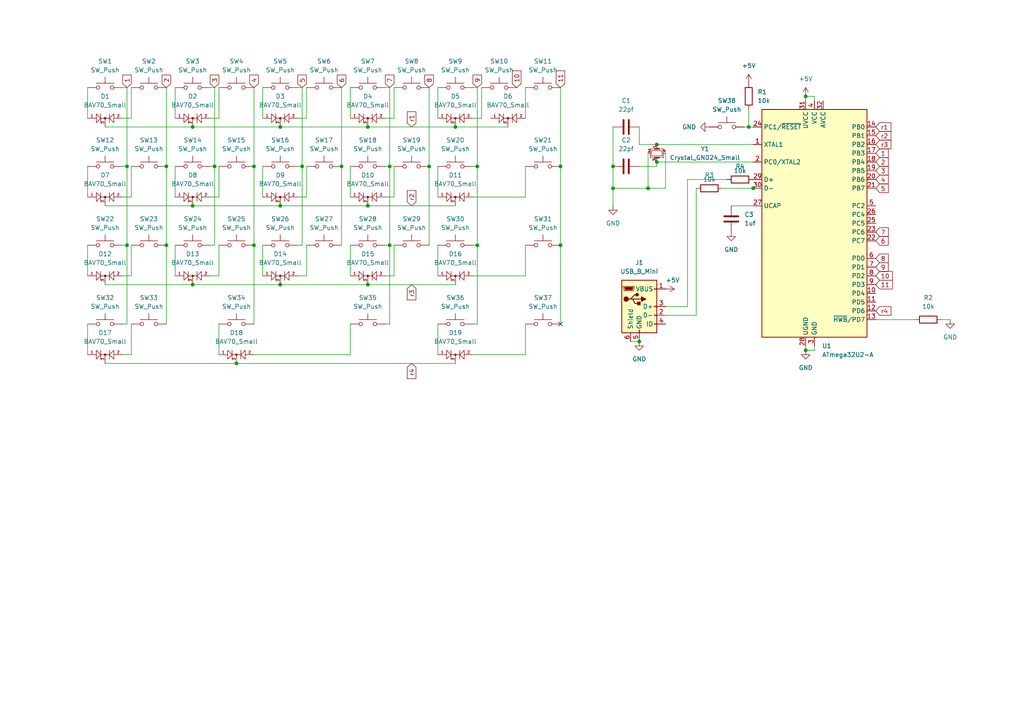
<source format=kicad_sch>
(kicad_sch (version 20230121) (generator eeschema)
  (paper "A4")
  (lib_symbols
    (symbol "Connector:USB_B_Mini" (pin_names (offset 1.016))
      (property "Reference" "J" (at -5.08 11.43 0))
      (property "Value" "USB_B_Mini" (at -5.08 8.89 0))
      (symbol "USB_B_Mini_0_1"
        (rectangle (start -5.08 -7.62) (end 5.08 7.62) (stroke (width 0.254)) (fill (type background)))
        (circle (center -3.81 2.159) (radius 0.635) (stroke (width 0.254)) (fill (type outline)))
        (circle (center -0.635 3.429) (radius 0.381) (stroke (width 0.254)) (fill (type outline)))
        (rectangle (start -0.127 -7.62) (end 0.127 -6.858))
        (polyline (pts (xy -1.905 2.159) (xy 0.635 2.159)) (stroke (width 0.254)))
        (polyline (pts (xy -3.175 2.159) (xy -2.54 2.159) (xy -1.27 3.429) (xy -0.635 3.429)) (stroke (width 0.254)))
        (polyline (pts (xy -2.54 2.159) (xy -1.905 2.159) (xy -1.27 0.889) (xy 0 0.889)) (stroke (width 0.254)))
        (polyline (pts (xy 0.635 2.794) (xy 0.635 1.524) (xy 1.905 2.159) (xy 0.635 2.794)) (stroke (width 0.254)) (fill (type outline)))
        (polyline (pts (xy -4.318 5.588) (xy -1.778 5.588) (xy -2.032 4.826) (xy -4.064 4.826) (xy -4.318 5.588)) (fill (type outline)))
        (polyline (pts (xy -4.699 5.842) (xy -4.699 5.588) (xy -4.445 4.826) (xy -4.445 4.572) (xy -1.651 4.572) (xy -1.651 4.826) (xy -1.397 5.588) (xy -1.397 5.842) (xy -4.699 5.842)))
        (rectangle (start 0.254 1.27) (end -0.508 0.508) (stroke (width 0.254)) (fill (type outline)))
        (rectangle (start 5.08 -5.207) (end 4.318 -4.953))
        (rectangle (start 5.08 -2.667) (end 4.318 -2.413))
        (rectangle (start 5.08 -0.127) (end 4.318 0.127))
        (rectangle (start 5.08 4.953) (end 4.318 5.207))
      )
      (symbol "USB_B_Mini_1_1"
        (pin power_out line (at 7.62 5.08 180) (length 2.54) (name "VBUS") (number "1"))
        (pin bidirectional line (at 7.62 -2.54 180) (length 2.54) (name "D-") (number "2"))
        (pin bidirectional line (at 7.62 0 180) (length 2.54) (name "D+") (number "3"))
        (pin passive line (at 7.62 -5.08 180) (length 2.54) (name "ID") (number "4"))
        (pin power_out line (at 0 -10.16 90) (length 2.54) (name "GND") (number "5"))
        (pin passive line (at -2.54 -10.16 90) (length 2.54) (name "Shield") (number "6"))
      )
    )
    (symbol "Device:C" (pin_numbers hide) (pin_names (offset 0.254))
      (property "Reference" "C" (at 0.635 2.54 0))
      (property "Value" "C" (at 0.635 -2.54 0))
      (symbol "C_0_1"
        (polyline (pts (xy -2.032 -0.762) (xy 2.032 -0.762)) (stroke (width 0.508)))
        (polyline (pts (xy -2.032 0.762) (xy 2.032 0.762)) (stroke (width 0.508)))
      )
      (symbol "C_1_1"
        (pin passive line (at 0 3.81 270) (length 2.794) (name "~") (number "1"))
        (pin passive line (at 0 -3.81 90) (length 2.794) (name "~") (number "2"))
      )
    )
    (symbol "Device:Crystal_GND24_Small" (pin_names (offset 1.016) hide)
      (property "Reference" "Y" (at 1.27 4.445 0))
      (property "Value" "Crystal_GND24_Small" (at 1.27 2.54 0))
      (symbol "Crystal_GND24_Small_0_1"
        (rectangle (start -0.762 -1.524) (end 0.762 1.524))
        (polyline (pts (xy -1.27 -0.762) (xy -1.27 0.762)) (stroke (width 0.381)))
        (polyline (pts (xy 1.27 -0.762) (xy 1.27 0.762)) (stroke (width 0.381)))
        (polyline (pts (xy -1.27 -1.27) (xy -1.27 -1.905) (xy 1.27 -1.905) (xy 1.27 -1.27)))
        (polyline (pts (xy -1.27 1.27) (xy -1.27 1.905) (xy 1.27 1.905) (xy 1.27 1.27)))
      )
      (symbol "Crystal_GND24_Small_1_1"
        (pin passive line (at -2.54 0 0) (length 1.27) (name "1") (number "1"))
        (pin passive line (at 0 -2.54 90) (length 0.635) (name "2") (number "2"))
        (pin passive line (at 2.54 0 180) (length 1.27) (name "3") (number "3"))
        (pin passive line (at 0 2.54 270) (length 0.635) (name "4") (number "4"))
      )
    )
    (symbol "Device:R" (pin_numbers hide) (pin_names (offset 0))
      (property "Reference" "R" (at 2.032 0 90))
      (property "Value" "R" (at 0 0 90))
      (symbol "R_0_1"
        (rectangle (start -1.016 -2.54) (end 1.016 2.54) (stroke (width 0.254)))
      )
      (symbol "R_1_1"
        (pin passive line (at 0 3.81 270) (length 1.27) (name "~") (number "1"))
        (pin passive line (at 0 -3.81 90) (length 1.27) (name "~") (number "2"))
      )
    )
    (symbol "MCU_Microchip_ATmega:ATmega32U2-A"
      (property "Reference" "U" (at -15.24 34.29 0))
      (property "Value" "ATmega32U2-A" (at 2.54 -34.29 0))
      (symbol "ATmega32U2-A_0_1"
        (rectangle (start -15.24 -33.02) (end 15.24 33.02) (stroke (width 0.254)) (fill (type background)))
      )
      (symbol "ATmega32U2-A_1_1"
        (pin input line (at -17.78 22.86 0) (length 2.54) (name "XTAL1") (number "1"))
        (pin bidirectional line (at 17.78 -20.32 180) (length 2.54) (name "PD4") (number "10"))
        (pin bidirectional line (at 17.78 -22.86 180) (length 2.54) (name "PD5") (number "11"))
        (pin bidirectional line (at 17.78 -25.4 180) (length 2.54) (name "PD6") (number "12"))
        (pin bidirectional line (at 17.78 -27.94 180) (length 2.54) (name "~{HWB}/PD7") (number "13"))
        (pin bidirectional line (at 17.78 27.94 180) (length 2.54) (name "PB0") (number "14"))
        (pin bidirectional line (at 17.78 25.4 180) (length 2.54) (name "PB1") (number "15"))
        (pin bidirectional line (at 17.78 22.86 180) (length 2.54) (name "PB2") (number "16"))
        (pin bidirectional line (at 17.78 20.32 180) (length 2.54) (name "PB3") (number "17"))
        (pin bidirectional line (at 17.78 17.78 180) (length 2.54) (name "PB4") (number "18"))
        (pin bidirectional line (at 17.78 15.24 180) (length 2.54) (name "PB5") (number "19"))
        (pin bidirectional line (at -17.78 17.78 0) (length 2.54) (name "PC0/XTAL2") (number "2"))
        (pin bidirectional line (at 17.78 12.7 180) (length 2.54) (name "PB6") (number "20"))
        (pin bidirectional line (at 17.78 10.16 180) (length 2.54) (name "PB7") (number "21"))
        (pin bidirectional line (at 17.78 -5.08 180) (length 2.54) (name "PC7") (number "22"))
        (pin bidirectional line (at 17.78 -2.54 180) (length 2.54) (name "PC6") (number "23"))
        (pin bidirectional line (at -17.78 27.94 0) (length 2.54) (name "PC1/~{RESET}") (number "24"))
        (pin bidirectional line (at 17.78 0 180) (length 2.54) (name "PC5") (number "25"))
        (pin bidirectional line (at 17.78 2.54 180) (length 2.54) (name "PC4") (number "26"))
        (pin passive line (at -17.78 5.08 0) (length 2.54) (name "UCAP") (number "27"))
        (pin power_in line (at -2.54 -35.56 90) (length 2.54) (name "UGND") (number "28"))
        (pin bidirectional line (at -17.78 12.7 0) (length 2.54) (name "D+") (number "29"))
        (pin power_in line (at 0 -35.56 90) (length 2.54) (name "GND") (number "3"))
        (pin bidirectional line (at -17.78 10.16 0) (length 2.54) (name "D-") (number "30"))
        (pin power_in line (at -2.54 35.56 270) (length 2.54) (name "UVCC") (number "31"))
        (pin power_in line (at 2.54 35.56 270) (length 2.54) (name "AVCC") (number "32"))
        (pin power_in line (at 0 35.56 270) (length 2.54) (name "VCC") (number "4"))
        (pin bidirectional line (at 17.78 5.08 180) (length 2.54) (name "PC2") (number "5"))
        (pin bidirectional line (at 17.78 -10.16 180) (length 2.54) (name "PD0") (number "6"))
        (pin bidirectional line (at 17.78 -12.7 180) (length 2.54) (name "PD1") (number "7"))
        (pin bidirectional line (at 17.78 -15.24 180) (length 2.54) (name "PD2") (number "8"))
        (pin bidirectional line (at 17.78 -17.78 180) (length 2.54) (name "PD3") (number "9"))
      )
    )
    (symbol "PCM_marbastlib-various:BAV70_Small" (pin_names (offset 0.762) hide)
      (property "Reference" "D" (at 0.635 -2.54 0))
      (property "Value" "BAV70_Small" (at 0 2.54 0))
      (symbol "BAV70_Small_0_1"
        (polyline (pts (xy -1.27 1.27) (xy -1.27 -1.27)))
        (polyline (pts (xy 1.27 0) (xy -1.27 0)))
        (polyline (pts (xy 1.27 1.27) (xy 1.27 -1.27)))
        (polyline (pts (xy -2.54 1.27) (xy -2.54 -1.27) (xy -1.27 0) (xy -2.54 1.27)))
        (polyline (pts (xy 2.54 1.27) (xy 2.54 -1.27) (xy 1.27 0) (xy 2.54 1.27)))
        (circle (center 0 0) (radius 0.254) (fill (type outline)))
      )
      (symbol "BAV70_Small_1_1"
        (pin input line (at -5.08 0 0) (length 2.54) (name "A1") (number "1"))
        (pin input line (at 5.08 0 180) (length 2.54) (name "A2") (number "2"))
        (pin passive line (at 0 -2.54 90) (length 2.54) (name "K") (number "3"))
      )
    )
    (symbol "Switch:SW_Push" (pin_numbers hide) (pin_names (offset 1.016) hide)
      (property "Reference" "SW" (at 1.27 2.54 0))
      (property "Value" "SW_Push" (at 0 -1.524 0))
      (symbol "SW_Push_0_1"
        (circle (center -2.032 0) (radius 0.508))
        (polyline (pts (xy 0 1.27) (xy 0 3.048)))
        (polyline (pts (xy 2.54 1.27) (xy -2.54 1.27)))
        (circle (center 2.032 0) (radius 0.508))
        (pin passive line (at -5.08 0 0) (length 2.54) (name "1") (number "1"))
        (pin passive line (at 5.08 0 180) (length 2.54) (name "2") (number "2"))
      )
    )
    (symbol "power:+5V" (power) (pin_names (offset 0))
      (property "Value" "+5V" (at 0 3.556 0))
      (symbol "+5V_0_1"
        (polyline (pts (xy -0.762 1.27) (xy 0 2.54)))
        (polyline (pts (xy 0 0) (xy 0 2.54)))
        (polyline (pts (xy 0 2.54) (xy 0.762 1.27)))
      )
      (symbol "+5V_1_1"
        (pin power_in line (at 0 0 90) (length 0) hide (name "+5V") (number "1"))
      )
    )
    (symbol "power:GND" (power) (pin_names (offset 0))
      (property "Value" "GND" (at 0 -3.81 0))
      (symbol "GND_0_1"
        (polyline (pts (xy 0 0) (xy 0 -1.27) (xy 1.27 -1.27) (xy 0 -2.54) (xy -1.27 -1.27) (xy 0 -1.27)))
      )
      (symbol "GND_1_1"
        (pin power_in line (at 0 0 270) (length 0) hide (name "GND") (number "1"))
      )
    )
  )
  (junction (at 233.68 27.94))
  (junction (at 138.43 71.12))
  (junction (at 48.26 71.12))
  (junction (at 177.8 48.26))
  (junction (at 138.43 48.26))
  (junction (at 113.03 71.12))
  (junction (at 73.66 71.12))
  (junction (at 106.68 82.55))
  (junction (at 190.5 41.91))
  (junction (at 99.06 48.26))
  (junction (at 106.68 36.83))
  (junction (at 62.23 48.26))
  (junction (at 233.68 101.6))
  (junction (at 48.26 48.26))
  (junction (at 36.83 71.12))
  (junction (at 162.56 71.12))
  (junction (at 190.5 46.99))
  (junction (at 55.88 82.55))
  (junction (at 81.28 82.55))
  (junction (at 124.46 48.26))
  (junction (at 177.8 54.61))
  (junction (at 55.88 59.69))
  (junction (at 162.56 48.26))
  (junction (at 218.44 54.61))
  (junction (at 106.68 59.69))
  (junction (at 87.63 48.26))
  (junction (at 113.03 48.26))
  (junction (at 81.28 59.69))
  (junction (at 217.17 36.83))
  (junction (at 187.96 54.61))
  (junction (at 132.08 36.83))
  (junction (at 68.58 105.41))
  (junction (at 36.83 48.26))
  (junction (at 55.88 36.83))
  (junction (at 185.42 99.06))
  (junction (at 81.28 36.83))
  (junction (at 73.66 48.26))
  (no_connect (at 162.56 93.98))
  (wire (pts (xy 63.5 57.15) (xy 63.5 48.26)))
  (wire (pts (xy 127 48.26) (xy 127 57.15)))
  (wire (pts (xy 38.1 34.29) (xy 38.1 25.4)))
  (wire (pts (xy 111.76 25.4) (xy 113.03 25.4)))
  (wire (pts (xy 219.71 54.61) (xy 218.44 54.61)))
  (wire (pts (xy 138.43 48.26) (xy 138.43 25.4)))
  (wire (pts (xy 190.5 46.99) (xy 190.5 48.26)))
  (wire (pts (xy 99.06 48.26) (xy 99.06 71.12)))
  (wire (pts (xy 113.03 48.26) (xy 111.76 48.26)))
  (wire (pts (xy 162.56 48.26) (xy 162.56 71.12)))
  (wire (pts (xy 55.88 36.83) (xy 81.28 36.83)))
  (wire (pts (xy 177.8 48.26) (xy 177.8 54.61)))
  (wire (pts (xy 138.43 93.98) (xy 137.16 93.98)))
  (wire (pts (xy 62.23 48.26) (xy 60.96 48.26)))
  (wire (pts (xy 137.16 102.87) (xy 152.4 102.87)))
  (wire (pts (xy 233.68 27.94) (xy 233.68 29.21)))
  (wire (pts (xy 35.56 25.4) (xy 36.83 25.4)))
  (wire (pts (xy 101.6 71.12) (xy 101.6 80.01)))
  (wire (pts (xy 76.2 71.12) (xy 76.2 80.01)))
  (wire (pts (xy 36.83 71.12) (xy 36.83 93.98)))
  (wire (pts (xy 63.5 80.01) (xy 63.5 71.12)))
  (wire (pts (xy 111.76 80.01) (xy 114.3 80.01)))
  (wire (pts (xy 86.36 25.4) (xy 87.63 25.4)))
  (wire (pts (xy 114.3 80.01) (xy 114.3 71.12)))
  (wire (pts (xy 236.22 27.94) (xy 236.22 29.21)))
  (wire (pts (xy 76.2 25.4) (xy 76.2 34.29)))
  (wire (pts (xy 38.1 57.15) (xy 38.1 48.26)))
  (wire (pts (xy 113.03 48.26) (xy 113.03 71.12)))
  (wire (pts (xy 88.9 57.15) (xy 88.9 48.26)))
  (wire (pts (xy 185.42 41.91) (xy 185.42 36.83)))
  (wire (pts (xy 86.36 34.29) (xy 88.9 34.29)))
  (wire (pts (xy 182.88 99.06) (xy 185.42 99.06)))
  (wire (pts (xy 101.6 48.26) (xy 101.6 57.15)))
  (wire (pts (xy 35.56 57.15) (xy 38.1 57.15)))
  (wire (pts (xy 113.03 93.98) (xy 111.76 93.98)))
  (wire (pts (xy 152.4 80.01) (xy 152.4 71.12)))
  (wire (pts (xy 73.66 71.12) (xy 73.66 93.98)))
  (wire (pts (xy 137.16 57.15) (xy 152.4 57.15)))
  (wire (pts (xy 138.43 25.4) (xy 137.16 25.4)))
  (wire (pts (xy 88.9 34.29) (xy 88.9 25.4)))
  (wire (pts (xy 217.17 36.83) (xy 218.44 36.83)))
  (wire (pts (xy 50.8 48.26) (xy 50.8 57.15)))
  (wire (pts (xy 81.28 59.69) (xy 106.68 59.69)))
  (wire (pts (xy 152.4 57.15) (xy 152.4 48.26)))
  (wire (pts (xy 193.04 44.45) (xy 193.04 54.61)))
  (wire (pts (xy 201.93 54.61) (xy 201.93 91.44)))
  (wire (pts (xy 124.46 25.4) (xy 124.46 48.26)))
  (wire (pts (xy 87.63 25.4) (xy 87.63 48.26)))
  (wire (pts (xy 210.82 52.07) (xy 199.39 52.07)))
  (wire (pts (xy 62.23 25.4) (xy 62.23 48.26)))
  (wire (pts (xy 190.5 41.91) (xy 185.42 41.91)))
  (wire (pts (xy 35.56 102.87) (xy 38.1 102.87)))
  (wire (pts (xy 101.6 25.4) (xy 101.6 34.29)))
  (wire (pts (xy 106.68 36.83) (xy 132.08 36.83)))
  (wire (pts (xy 138.43 71.12) (xy 137.16 71.12)))
  (wire (pts (xy 99.06 25.4) (xy 99.06 48.26)))
  (wire (pts (xy 60.96 57.15) (xy 63.5 57.15)))
  (wire (pts (xy 113.03 71.12) (xy 113.03 93.98)))
  (wire (pts (xy 68.58 105.41) (xy 132.08 105.41)))
  (wire (pts (xy 138.43 48.26) (xy 137.16 48.26)))
  (wire (pts (xy 50.8 25.4) (xy 50.8 34.29)))
  (wire (pts (xy 73.66 48.26) (xy 73.66 71.12)))
  (wire (pts (xy 25.4 25.4) (xy 25.4 34.29)))
  (wire (pts (xy 38.1 80.01) (xy 38.1 71.12)))
  (wire (pts (xy 73.66 25.4) (xy 73.66 48.26)))
  (wire (pts (xy 190.5 46.99) (xy 218.44 46.99)))
  (wire (pts (xy 209.55 54.61) (xy 218.44 54.61)))
  (wire (pts (xy 137.16 34.29) (xy 139.7 34.29)))
  (wire (pts (xy 113.03 71.12) (xy 111.76 71.12)))
  (wire (pts (xy 275.59 92.71) (xy 273.05 92.71)))
  (wire (pts (xy 36.83 71.12) (xy 35.56 71.12)))
  (wire (pts (xy 55.88 59.69) (xy 81.28 59.69)))
  (wire (pts (xy 87.63 71.12) (xy 86.36 71.12)))
  (wire (pts (xy 132.08 36.83) (xy 147.32 36.83)))
  (wire (pts (xy 60.96 80.01) (xy 63.5 80.01)))
  (wire (pts (xy 187.96 44.45) (xy 187.96 54.61)))
  (wire (pts (xy 63.5 93.98) (xy 63.5 102.87)))
  (wire (pts (xy 50.8 71.12) (xy 50.8 80.01)))
  (wire (pts (xy 124.46 48.26) (xy 124.46 71.12)))
  (wire (pts (xy 139.7 34.29) (xy 139.7 25.4)))
  (wire (pts (xy 63.5 34.29) (xy 63.5 25.4)))
  (wire (pts (xy 138.43 71.12) (xy 138.43 48.26)))
  (wire (pts (xy 114.3 57.15) (xy 114.3 48.26)))
  (wire (pts (xy 30.48 105.41) (xy 68.58 105.41)))
  (wire (pts (xy 36.83 48.26) (xy 35.56 48.26)))
  (wire (pts (xy 193.04 54.61) (xy 187.96 54.61)))
  (wire (pts (xy 81.28 82.55) (xy 106.68 82.55)))
  (wire (pts (xy 127 71.12) (xy 127 80.01)))
  (wire (pts (xy 233.68 101.6) (xy 233.68 100.33)))
  (wire (pts (xy 187.96 54.61) (xy 177.8 54.61)))
  (wire (pts (xy 62.23 48.26) (xy 62.23 71.12)))
  (wire (pts (xy 218.44 41.91) (xy 190.5 41.91)))
  (wire (pts (xy 60.96 34.29) (xy 63.5 34.29)))
  (wire (pts (xy 55.88 82.55) (xy 81.28 82.55)))
  (wire (pts (xy 111.76 57.15) (xy 114.3 57.15)))
  (wire (pts (xy 152.4 25.4) (xy 152.4 34.29)))
  (wire (pts (xy 236.22 101.6) (xy 233.68 101.6)))
  (wire (pts (xy 217.17 31.75) (xy 217.17 36.83)))
  (wire (pts (xy 87.63 48.26) (xy 86.36 48.26)))
  (wire (pts (xy 25.4 93.98) (xy 25.4 102.87)))
  (wire (pts (xy 30.48 36.83) (xy 55.88 36.83)))
  (wire (pts (xy 48.26 48.26) (xy 48.26 71.12)))
  (wire (pts (xy 236.22 100.33) (xy 236.22 101.6)))
  (wire (pts (xy 113.03 25.4) (xy 113.03 48.26)))
  (wire (pts (xy 35.56 80.01) (xy 38.1 80.01)))
  (wire (pts (xy 138.43 71.12) (xy 138.43 93.98)))
  (wire (pts (xy 152.4 102.87) (xy 152.4 93.98)))
  (wire (pts (xy 177.8 54.61) (xy 177.8 59.69)))
  (wire (pts (xy 35.56 34.29) (xy 38.1 34.29)))
  (wire (pts (xy 114.3 34.29) (xy 114.3 25.4)))
  (wire (pts (xy 265.43 92.71) (xy 254 92.71)))
  (wire (pts (xy 73.66 102.87) (xy 101.6 102.87)))
  (wire (pts (xy 30.48 82.55) (xy 55.88 82.55)))
  (wire (pts (xy 106.68 82.55) (xy 132.08 82.55)))
  (wire (pts (xy 60.96 25.4) (xy 62.23 25.4)))
  (wire (pts (xy 87.63 48.26) (xy 87.63 71.12)))
  (wire (pts (xy 81.28 36.83) (xy 106.68 36.83)))
  (wire (pts (xy 162.56 71.12) (xy 162.56 93.98)))
  (wire (pts (xy 185.42 48.26) (xy 190.5 48.26)))
  (wire (pts (xy 48.26 25.4) (xy 48.26 48.26)))
  (wire (pts (xy 162.56 25.4) (xy 162.56 48.26)))
  (wire (pts (xy 38.1 102.87) (xy 38.1 93.98)))
  (wire (pts (xy 199.39 88.9) (xy 193.04 88.9)))
  (wire (pts (xy 25.4 48.26) (xy 25.4 57.15)))
  (wire (pts (xy 201.93 91.44) (xy 193.04 91.44)))
  (wire (pts (xy 199.39 52.07) (xy 199.39 88.9)))
  (wire (pts (xy 101.6 102.87) (xy 101.6 93.98)))
  (wire (pts (xy 86.36 57.15) (xy 88.9 57.15)))
  (wire (pts (xy 215.9 36.83) (xy 217.17 36.83)))
  (wire (pts (xy 25.4 71.12) (xy 25.4 80.01)))
  (wire (pts (xy 233.68 27.94) (xy 236.22 27.94)))
  (wire (pts (xy 86.36 80.01) (xy 88.9 80.01)))
  (wire (pts (xy 111.76 34.29) (xy 114.3 34.29)))
  (wire (pts (xy 76.2 48.26) (xy 76.2 57.15)))
  (wire (pts (xy 212.09 59.69) (xy 218.44 59.69)))
  (wire (pts (xy 48.26 71.12) (xy 48.26 93.98)))
  (wire (pts (xy 106.68 59.69) (xy 132.08 59.69)))
  (wire (pts (xy 88.9 80.01) (xy 88.9 71.12)))
  (wire (pts (xy 30.48 59.69) (xy 55.88 59.69)))
  (wire (pts (xy 62.23 71.12) (xy 60.96 71.12)))
  (wire (pts (xy 36.83 48.26) (xy 36.83 71.12)))
  (wire (pts (xy 127 93.98) (xy 127 102.87)))
  (wire (pts (xy 127 25.4) (xy 127 34.29)))
  (wire (pts (xy 137.16 80.01) (xy 152.4 80.01)))
  (wire (pts (xy 36.83 93.98) (xy 35.56 93.98)))
  (wire (pts (xy 177.8 48.26) (xy 177.8 36.83)))
  (wire (pts (xy 36.83 25.4) (xy 36.83 48.26)))
  (global_label "r1" (shape input) (at 254 36.83 0) (property "Intersheetrefs" "${INTERSHEET_REFS}" (effects hide)))
  (global_label "5" (shape input) (at 254 54.61 0) (property "Intersheetrefs" "${INTERSHEET_REFS}" (effects hide)))
  (global_label "3" (shape input) (at 254 49.53 0) (property "Intersheetrefs" "${INTERSHEET_REFS}" (effects hide)))
  (global_label "2" (shape input) (at 48.26 25.4 90) (property "Intersheetrefs" "${INTERSHEET_REFS}" (effects hide)))
  (global_label "r4" (shape input) (at 254 90.17 0) (property "Intersheetrefs" "${INTERSHEET_REFS}" (effects hide)))
  (global_label "9" (shape input) (at 254 77.47 0) (property "Intersheetrefs" "${INTERSHEET_REFS}" (effects hide)))
  (global_label "6" (shape input) (at 254 69.85 0) (property "Intersheetrefs" "${INTERSHEET_REFS}" (effects hide)))
  (global_label "1" (shape input) (at 254 44.45 0) (property "Intersheetrefs" "${INTERSHEET_REFS}" (effects hide)))
  (global_label "4" (shape input) (at 73.66 25.4 90) (property "Intersheetrefs" "${INTERSHEET_REFS}" (effects hide)))
  (global_label "8" (shape input) (at 124.46 25.4 90) (property "Intersheetrefs" "${INTERSHEET_REFS}" (effects hide)))
  (global_label "2" (shape input) (at 254 46.99 0) (property "Intersheetrefs" "${INTERSHEET_REFS}" (effects hide)))
  (global_label "11" (shape input) (at 254 82.55 0) (property "Intersheetrefs" "${INTERSHEET_REFS}" (effects hide)))
  (global_label "r1" (shape input) (at 119.38 36.83 90) (property "Intersheetrefs" "${INTERSHEET_REFS}" (effects hide)))
  (global_label "10" (shape input) (at 149.86 25.4 90) (property "Intersheetrefs" "${INTERSHEET_REFS}" (effects hide)))
  (global_label "r3" (shape input) (at 119.38 82.55 270) (property "Intersheetrefs" "${INTERSHEET_REFS}" (effects hide)))
  (global_label "7" (shape input) (at 254 67.31 0) (property "Intersheetrefs" "${INTERSHEET_REFS}" (effects hide)))
  (global_label "r2" (shape input) (at 119.38 59.69 90) (property "Intersheetrefs" "${INTERSHEET_REFS}" (effects hide)))
  (global_label "4" (shape input) (at 254 52.07 0) (property "Intersheetrefs" "${INTERSHEET_REFS}" (effects hide)))
  (global_label "r4" (shape input) (at 119.38 105.41 270) (property "Intersheetrefs" "${INTERSHEET_REFS}" (effects hide)))
  (global_label "1" (shape input) (at 36.83 25.4 90) (property "Intersheetrefs" "${INTERSHEET_REFS}" (effects hide)))
  (global_label "6" (shape input) (at 99.06 25.4 90) (property "Intersheetrefs" "${INTERSHEET_REFS}" (effects hide)))
  (global_label "3" (shape input) (at 62.23 25.4 90) (property "Intersheetrefs" "${INTERSHEET_REFS}" (effects hide)))
  (global_label "5" (shape input) (at 87.63 25.4 90) (property "Intersheetrefs" "${INTERSHEET_REFS}" (effects hide)))
  (global_label "r3" (shape input) (at 254 41.91 0) (property "Intersheetrefs" "${INTERSHEET_REFS}" (effects hide)))
  (global_label "8" (shape input) (at 254 74.93 0) (property "Intersheetrefs" "${INTERSHEET_REFS}" (effects hide)))
  (global_label "7" (shape input) (at 113.03 25.4 90) (property "Intersheetrefs" "${INTERSHEET_REFS}" (effects hide)))
  (global_label "11" (shape input) (at 162.56 25.4 90) (property "Intersheetrefs" "${INTERSHEET_REFS}" (effects hide)))
  (global_label "10" (shape input) (at 254 80.01 0) (property "Intersheetrefs" "${INTERSHEET_REFS}" (effects hide)))
  (global_label "9" (shape input) (at 138.43 25.4 90) (property "Intersheetrefs" "${INTERSHEET_REFS}" (effects hide)))
  (global_label "r2" (shape input) (at 254 39.37 0) (property "Intersheetrefs" "${INTERSHEET_REFS}" (effects hide)))
  (symbol (lib_id "PCM_marbastlib-various:BAV70_Small") (at 55.88 80.01 0) (unit 1)
    (property "Reference" "D13" (at 55.88 73.66 0))
    (property "Value" "BAV70_Small" (at 55.88 76.2 0))
    (property "Footprint" "custom-parts:SOT-23" (effects hide))
    (property "Datasheet" "https://assets.nexperia.com/documents/data-sheet/BAV70_SER.pdf" (effects hide))
  )
  (symbol (lib_id "Switch:SW_Push") (at 30.48 25.4 0) (mirror y) (unit 1)
    (property "Reference" "SW1" (at 30.48 17.78 0))
    (property "Value" "SW_Push" (at 30.48 20.32 0))
    (property "Footprint" "custom-parts:MX_1U" (effects hide))
  )
  (symbol (lib_id "Switch:SW_Push") (at 81.28 25.4 0) (mirror y) (unit 1)
    (property "Reference" "SW5" (at 81.28 17.78 0))
    (property "Value" "SW_Push" (at 81.28 20.32 0))
    (property "Footprint" "custom-parts:MX_1U" (effects hide))
  )
  (symbol (lib_id "Switch:SW_Push") (at 106.68 48.26 0) (mirror y) (unit 1)
    (property "Reference" "SW18" (at 106.68 40.64 0))
    (property "Value" "SW_Push" (at 106.68 43.18 0))
    (property "Footprint" "custom-parts:MX_1U" (effects hide))
  )
  (symbol (lib_id "power:GND") (at 205.74 36.83 270) (unit 1)
    (property "Reference" "#PWR03" (effects hide))
    (property "Value" "GND" (at 201.93 36.83 90) (effects (justify right)))
  )
  (symbol (lib_id "PCM_marbastlib-various:BAV70_Small") (at 30.48 34.29 0) (unit 1)
    (property "Reference" "D1" (at 30.48 27.94 0))
    (property "Value" "BAV70_Small" (at 30.48 30.48 0))
    (property "Footprint" "custom-parts:SOT-23" (effects hide))
    (property "Datasheet" "https://assets.nexperia.com/documents/data-sheet/BAV70_SER.pdf" (effects hide))
  )
  (symbol (lib_id "Switch:SW_Push") (at 144.78 25.4 0) (mirror y) (unit 1)
    (property "Reference" "SW10" (at 144.78 17.78 0))
    (property "Value" "SW_Push" (at 144.78 20.32 0))
    (property "Footprint" "custom-parts:MX_1U" (effects hide))
  )
  (symbol (lib_id "power:GND") (at 233.68 101.6 0) (unit 1)
    (property "Reference" "#PWR06" (effects hide))
    (property "Value" "GND" (at 233.68 106.68 0))
  )
  (symbol (lib_id "PCM_marbastlib-various:BAV70_Small") (at 55.88 34.29 0) (unit 1)
    (property "Reference" "D2" (at 55.88 27.94 0))
    (property "Value" "BAV70_Small" (at 55.88 30.48 0))
    (property "Footprint" "custom-parts:SOT-23" (effects hide))
    (property "Datasheet" "https://assets.nexperia.com/documents/data-sheet/BAV70_SER.pdf" (effects hide))
  )
  (symbol (lib_id "Switch:SW_Push") (at 93.98 48.26 0) (mirror y) (unit 1)
    (property "Reference" "SW17" (at 93.98 40.64 0))
    (property "Value" "SW_Push" (at 93.98 43.18 0))
    (property "Footprint" "custom-parts:MX_1U" (effects hide))
  )
  (symbol (lib_id "PCM_marbastlib-various:BAV70_Small") (at 132.08 57.15 0) (unit 1)
    (property "Reference" "D11" (at 132.08 50.8 0))
    (property "Value" "BAV70_Small" (at 132.08 53.34 0))
    (property "Footprint" "custom-parts:SOT-23" (effects hide))
    (property "Datasheet" "https://assets.nexperia.com/documents/data-sheet/BAV70_SER.pdf" (effects hide))
  )
  (symbol (lib_id "PCM_marbastlib-various:BAV70_Small") (at 30.48 57.15 0) (unit 1)
    (property "Reference" "D7" (at 30.48 50.8 0))
    (property "Value" "BAV70_Small" (at 30.48 53.34 0))
    (property "Footprint" "custom-parts:SOT-23" (effects hide))
    (property "Datasheet" "https://assets.nexperia.com/documents/data-sheet/BAV70_SER.pdf" (effects hide))
  )
  (symbol (lib_id "Switch:SW_Push") (at 157.48 48.26 0) (mirror y) (unit 1)
    (property "Reference" "SW21" (at 157.48 40.64 0))
    (property "Value" "SW_Push" (at 157.48 43.18 0))
    (property "Footprint" "custom-parts:MX_1.75U" (effects hide))
  )
  (symbol (lib_id "PCM_marbastlib-various:BAV70_Small") (at 147.32 34.29 0) (unit 1)
    (property "Reference" "D6" (at 147.32 27.94 0))
    (property "Value" "BAV70_Small" (at 147.32 30.48 0))
    (property "Footprint" "custom-parts:SOT-23" (effects hide))
    (property "Datasheet" "https://assets.nexperia.com/documents/data-sheet/BAV70_SER.pdf" (effects hide))
  )
  (symbol (lib_id "Switch:SW_Push") (at 43.18 25.4 0) (mirror y) (unit 1)
    (property "Reference" "SW2" (at 43.18 17.78 0))
    (property "Value" "SW_Push" (at 43.18 20.32 0))
    (property "Footprint" "custom-parts:MX_1U" (effects hide))
  )
  (symbol (lib_id "power:+5V") (at 193.04 83.82 270) (unit 1)
    (property "Reference" "#PWR09" (effects hide))
    (property "Value" "+5V" (at 193.04 81.28 90) (effects (justify left)))
  )
  (symbol (lib_id "PCM_marbastlib-various:BAV70_Small") (at 81.28 57.15 0) (unit 1)
    (property "Reference" "D9" (at 81.28 50.8 0))
    (property "Value" "BAV70_Small" (at 81.28 53.34 0))
    (property "Footprint" "custom-parts:SOT-23" (effects hide))
    (property "Datasheet" "https://assets.nexperia.com/documents/data-sheet/BAV70_SER.pdf" (effects hide))
  )
  (symbol (lib_id "Switch:SW_Push") (at 132.08 25.4 0) (mirror y) (unit 1)
    (property "Reference" "SW9" (at 132.08 17.78 0))
    (property "Value" "SW_Push" (at 132.08 20.32 0))
    (property "Footprint" "custom-parts:MX_1U" (effects hide))
  )
  (symbol (lib_id "Device:Crystal_GND24_Small") (at 190.5 44.45 270) (unit 1)
    (property "Reference" "Y1" (at 204.47 43.18 90))
    (property "Value" "Crystal_GND24_Small" (at 204.47 45.72 90))
    (property "Footprint" "Crystal:Crystal_SMD_3225-4Pin_3.2x2.5mm_HandSoldering" (effects hide))
  )
  (symbol (lib_id "Switch:SW_Push") (at 55.88 71.12 0) (mirror y) (unit 1)
    (property "Reference" "SW24" (at 55.88 63.5 0))
    (property "Value" "SW_Push" (at 55.88 66.04 0))
    (property "Footprint" "custom-parts:MX_1U" (effects hide))
  )
  (symbol (lib_id "Device:R") (at 205.74 54.61 90) (unit 1)
    (property "Reference" "R3" (at 205.74 50.8 90))
    (property "Value" "10k" (at 205.74 52.07 90))
    (property "Footprint" "Resistor_SMD:R_0805_2012Metric_Pad1.20x1.40mm_HandSolder" (effects hide))
  )
  (symbol (lib_id "power:+5V") (at 217.17 24.13 0) (unit 1)
    (property "Reference" "#PWR04" (effects hide))
    (property "Value" "+5V" (at 217.17 19.05 0))
  )
  (symbol (lib_id "Device:C") (at 181.61 48.26 90) (unit 1)
    (property "Reference" "C2" (at 181.61 40.64 90))
    (property "Value" "22pf" (at 181.61 43.18 90))
    (property "Footprint" "Capacitor_SMD:C_0805_2012Metric_Pad1.18x1.45mm_HandSolder" (effects hide))
  )
  (symbol (lib_id "PCM_marbastlib-various:BAV70_Small") (at 106.68 34.29 0) (unit 1)
    (property "Reference" "D4" (at 106.68 27.94 0))
    (property "Value" "BAV70_Small" (at 106.68 30.48 0))
    (property "Footprint" "custom-parts:SOT-23" (effects hide))
    (property "Datasheet" "https://assets.nexperia.com/documents/data-sheet/BAV70_SER.pdf" (effects hide))
  )
  (symbol (lib_id "PCM_marbastlib-various:BAV70_Small") (at 55.88 57.15 0) (unit 1)
    (property "Reference" "D8" (at 55.88 50.8 0))
    (property "Value" "BAV70_Small" (at 55.88 53.34 0))
    (property "Footprint" "custom-parts:SOT-23" (effects hide))
    (property "Datasheet" "https://assets.nexperia.com/documents/data-sheet/BAV70_SER.pdf" (effects hide))
  )
  (symbol (lib_id "Switch:SW_Push") (at 30.48 93.98 0) (mirror y) (unit 1)
    (property "Reference" "SW32" (at 30.48 86.36 0))
    (property "Value" "SW_Push" (at 30.48 88.9 0))
    (property "Footprint" "custom-parts:MX_1.25U" (effects hide))
  )
  (symbol (lib_id "Switch:SW_Push") (at 68.58 71.12 0) (mirror y) (unit 1)
    (property "Reference" "SW25" (at 68.58 63.5 0))
    (property "Value" "SW_Push" (at 68.58 66.04 0))
    (property "Footprint" "custom-parts:MX_1U" (effects hide))
  )
  (symbol (lib_id "Switch:SW_Push") (at 106.68 93.98 0) (mirror y) (unit 1)
    (property "Reference" "SW35" (at 106.68 86.36 0))
    (property "Value" "SW_Push" (at 106.68 88.9 0))
    (property "Footprint" "custom-parts:MX_2.25U" (effects hide))
  )
  (symbol (lib_id "Switch:SW_Push") (at 81.28 48.26 0) (mirror y) (unit 1)
    (property "Reference" "SW16" (at 81.28 40.64 0))
    (property "Value" "SW_Push" (at 81.28 43.18 0))
    (property "Footprint" "custom-parts:MX_1U" (effects hide))
  )
  (symbol (lib_id "Device:C") (at 181.61 36.83 90) (unit 1)
    (property "Reference" "C1" (at 181.61 29.21 90))
    (property "Value" "22pf" (at 181.61 31.75 90))
    (property "Footprint" "Capacitor_SMD:C_0805_2012Metric_Pad1.18x1.45mm_HandSolder" (effects hide))
  )
  (symbol (lib_id "PCM_marbastlib-various:BAV70_Small") (at 132.08 80.01 0) (unit 1)
    (property "Reference" "D16" (at 132.08 73.66 0))
    (property "Value" "BAV70_Small" (at 132.08 76.2 0))
    (property "Footprint" "custom-parts:SOT-23" (effects hide))
    (property "Datasheet" "https://assets.nexperia.com/documents/data-sheet/BAV70_SER.pdf" (effects hide))
  )
  (symbol (lib_id "PCM_marbastlib-various:BAV70_Small") (at 132.08 34.29 0) (unit 1)
    (property "Reference" "D5" (at 132.08 27.94 0))
    (property "Value" "BAV70_Small" (at 132.08 30.48 0))
    (property "Footprint" "custom-parts:SOT-23" (effects hide))
    (property "Datasheet" "https://assets.nexperia.com/documents/data-sheet/BAV70_SER.pdf" (effects hide))
  )
  (symbol (lib_id "Device:R") (at 269.24 92.71 90) (unit 1)
    (property "Reference" "R2" (at 269.24 86.36 90))
    (property "Value" "10k" (at 269.24 88.9 90))
    (property "Footprint" "Resistor_SMD:R_0805_2012Metric_Pad1.20x1.40mm_HandSolder" (effects hide))
  )
  (symbol (lib_id "Switch:SW_Push") (at 43.18 93.98 0) (mirror y) (unit 1)
    (property "Reference" "SW33" (at 43.18 86.36 0))
    (property "Value" "SW_Push" (at 43.18 88.9 0))
    (property "Footprint" "custom-parts:MX_1.25U" (effects hide))
  )
  (symbol (lib_id "PCM_marbastlib-various:BAV70_Small") (at 106.68 80.01 0) (unit 1)
    (property "Reference" "D15" (at 106.68 73.66 0))
    (property "Value" "BAV70_Small" (at 106.68 76.2 0))
    (property "Footprint" "custom-parts:SOT-23" (effects hide))
    (property "Datasheet" "https://assets.nexperia.com/documents/data-sheet/BAV70_SER.pdf" (effects hide))
  )
  (symbol (lib_id "Switch:SW_Push") (at 43.18 71.12 0) (mirror y) (unit 1)
    (property "Reference" "SW23" (at 43.18 63.5 0))
    (property "Value" "SW_Push" (at 43.18 66.04 0))
    (property "Footprint" "custom-parts:MX_1U" (effects hide))
  )
  (symbol (lib_id "Switch:SW_Push") (at 119.38 48.26 0) (mirror y) (unit 1)
    (property "Reference" "SW19" (at 119.38 40.64 0))
    (property "Value" "SW_Push" (at 119.38 43.18 0))
    (property "Footprint" "custom-parts:MX_1U" (effects hide))
  )
  (symbol (lib_id "power:GND") (at 177.8 59.69 0) (unit 1)
    (property "Reference" "#PWR01" (effects hide))
    (property "Value" "GND" (at 177.8 64.77 0))
  )
  (symbol (lib_id "Switch:SW_Push") (at 157.48 25.4 0) (mirror y) (unit 1)
    (property "Reference" "SW11" (at 157.48 17.78 0))
    (property "Value" "SW_Push" (at 157.48 20.32 0))
    (property "Footprint" "custom-parts:MX_1U" (effects hide))
  )
  (symbol (lib_id "power:GND") (at 185.42 99.06 0) (unit 1)
    (property "Reference" "#PWR08" (effects hide))
    (property "Value" "GND" (at 185.42 104.14 0))
  )
  (symbol (lib_id "Switch:SW_Push") (at 68.58 93.98 0) (mirror y) (unit 1)
    (property "Reference" "SW34" (at 68.58 86.36 0))
    (property "Value" "SW_Push" (at 68.58 88.9 0))
    (property "Footprint" "custom-parts:MX_2.75U" (effects hide))
  )
  (symbol (lib_id "PCM_marbastlib-various:BAV70_Small") (at 30.48 80.01 0) (unit 1)
    (property "Reference" "D12" (at 30.48 73.66 0))
    (property "Value" "BAV70_Small" (at 30.48 76.2 0))
    (property "Footprint" "custom-parts:SOT-23" (effects hide))
    (property "Datasheet" "https://assets.nexperia.com/documents/data-sheet/BAV70_SER.pdf" (effects hide))
  )
  (symbol (lib_id "Switch:SW_Push") (at 119.38 25.4 0) (mirror y) (unit 1)
    (property "Reference" "SW8" (at 119.38 17.78 0))
    (property "Value" "SW_Push" (at 119.38 20.32 0))
    (property "Footprint" "custom-parts:MX_1U" (effects hide))
  )
  (symbol (lib_id "Switch:SW_Push") (at 157.48 71.12 0) (mirror y) (unit 1)
    (property "Reference" "SW31" (at 157.48 63.5 0))
    (property "Value" "SW_Push" (at 157.48 66.04 0))
    (property "Footprint" "custom-parts:MX_1.5U" (effects hide))
  )
  (symbol (lib_id "Switch:SW_Push") (at 55.88 48.26 0) (mirror y) (unit 1)
    (property "Reference" "SW14" (at 55.88 40.64 0))
    (property "Value" "SW_Push" (at 55.88 43.18 0))
    (property "Footprint" "custom-parts:MX_1U" (effects hide))
  )
  (symbol (lib_id "Switch:SW_Push") (at 81.28 71.12 0) (mirror y) (unit 1)
    (property "Reference" "SW26" (at 81.28 63.5 0))
    (property "Value" "SW_Push" (at 81.28 66.04 0))
    (property "Footprint" "custom-parts:MX_1U" (effects hide))
  )
  (symbol (lib_id "Connector:USB_B_Mini") (at 185.42 88.9 0) (unit 1)
    (property "Reference" "J1" (at 185.42 76.2 0))
    (property "Value" "USB_B_Mini" (at 185.42 78.74 0))
    (property "Footprint" "custom-parts:Molex-0548190589" (effects hide))
  )
  (symbol (lib_id "Device:C") (at 212.09 63.5 180) (unit 1)
    (property "Reference" "C3" (at 215.9 62.23 0) (effects (justify right)))
    (property "Value" "1uf" (at 215.9 64.77 0) (effects (justify right)))
    (property "Footprint" "Capacitor_SMD:C_0805_2012Metric_Pad1.18x1.45mm_HandSolder" (effects hide))
  )
  (symbol (lib_id "Switch:SW_Push") (at 106.68 71.12 0) (mirror y) (unit 1)
    (property "Reference" "SW28" (at 106.68 63.5 0))
    (property "Value" "SW_Push" (at 106.68 66.04 0))
    (property "Footprint" "custom-parts:MX_1U" (effects hide))
  )
  (symbol (lib_id "PCM_marbastlib-various:BAV70_Small") (at 68.58 102.87 0) (unit 1)
    (property "Reference" "D18" (at 68.58 96.52 0))
    (property "Value" "BAV70_Small" (at 68.58 99.06 0))
    (property "Footprint" "custom-parts:SOT-23" (effects hide))
    (property "Datasheet" "https://assets.nexperia.com/documents/data-sheet/BAV70_SER.pdf" (effects hide))
  )
  (symbol (lib_id "Switch:SW_Push") (at 119.38 71.12 0) (mirror y) (unit 1)
    (property "Reference" "SW29" (at 119.38 63.5 0))
    (property "Value" "SW_Push" (at 119.38 66.04 0))
    (property "Footprint" "custom-parts:MX_1U" (effects hide))
  )
  (symbol (lib_id "Switch:SW_Push") (at 30.48 71.12 0) (mirror y) (unit 1)
    (property "Reference" "SW22" (at 30.48 63.5 0))
    (property "Value" "SW_Push" (at 30.48 66.04 0))
    (property "Footprint" "custom-parts:MX_1.5U" (effects hide))
  )
  (symbol (lib_id "Device:R") (at 217.17 27.94 0) (unit 1)
    (property "Reference" "R1" (at 219.71 26.67 0) (effects (justify left)))
    (property "Value" "10k" (at 219.71 29.21 0) (effects (justify left)))
    (property "Footprint" "Resistor_SMD:R_0805_2012Metric_Pad1.20x1.40mm_HandSolder" (effects hide))
  )
  (symbol (lib_id "power:GND") (at 275.59 92.71 0) (unit 1)
    (property "Reference" "#PWR07" (effects hide))
    (property "Value" "GND" (at 275.59 97.79 0))
  )
  (symbol (lib_id "Switch:SW_Push") (at 93.98 71.12 0) (mirror y) (unit 1)
    (property "Reference" "SW27" (at 93.98 63.5 0))
    (property "Value" "SW_Push" (at 93.98 66.04 0))
    (property "Footprint" "custom-parts:MX_1U" (effects hide))
  )
  (symbol (lib_id "MCU_Microchip_ATmega:ATmega32U2-A") (at 236.22 64.77 0) (unit 1)
    (property "Reference" "U1" (at 238.4141 100.33 0) (effects (justify left)))
    (property "Value" "ATmega32U2-A" (at 238.4141 102.87 0) (effects (justify left)))
    (property "Footprint" "Package_QFP:TQFP-32_7x7mm_P0.8mm" (effects hide))
    (property "Datasheet" "http://ww1.microchip.com/downloads/en/DeviceDoc/doc7799.pdf" (effects hide))
  )
  (symbol (lib_id "PCM_marbastlib-various:BAV70_Small") (at 81.28 80.01 0) (unit 1)
    (property "Reference" "D14" (at 81.28 73.66 0))
    (property "Value" "BAV70_Small" (at 81.28 76.2 0))
    (property "Footprint" "custom-parts:SOT-23" (effects hide))
    (property "Datasheet" "https://assets.nexperia.com/documents/data-sheet/BAV70_SER.pdf" (effects hide))
  )
  (symbol (lib_id "PCM_marbastlib-various:BAV70_Small") (at 106.68 57.15 0) (unit 1)
    (property "Reference" "D10" (at 106.68 50.8 0))
    (property "Value" "BAV70_Small" (at 106.68 53.34 0))
    (property "Footprint" "custom-parts:SOT-23" (effects hide))
    (property "Datasheet" "https://assets.nexperia.com/documents/data-sheet/BAV70_SER.pdf" (effects hide))
  )
  (symbol (lib_id "Switch:SW_Push") (at 132.08 93.98 0) (mirror y) (unit 1)
    (property "Reference" "SW36" (at 132.08 86.36 0))
    (property "Value" "SW_Push" (at 132.08 88.9 0))
    (property "Footprint" "custom-parts:MX_1.25U" (effects hide))
  )
  (symbol (lib_id "Switch:SW_Push") (at 132.08 48.26 0) (mirror y) (unit 1)
    (property "Reference" "SW20" (at 132.08 40.64 0))
    (property "Value" "SW_Push" (at 132.08 43.18 0))
    (property "Footprint" "custom-parts:MX_1U" (effects hide))
  )
  (symbol (lib_id "Switch:SW_Push") (at 210.82 36.83 0) (unit 1)
    (property "Reference" "SW38" (at 210.82 29.21 0))
    (property "Value" "SW_Push" (at 210.82 31.75 0))
    (property "Footprint" "custom-parts:SKQG-1155865" (effects hide))
  )
  (symbol (lib_id "power:+5V") (at 233.68 27.94 0) (unit 1)
    (property "Reference" "#PWR05" (effects hide))
    (property "Value" "+5V" (at 233.68 22.86 0))
  )
  (symbol (lib_id "Switch:SW_Push") (at 106.68 25.4 0) (mirror y) (unit 1)
    (property "Reference" "SW7" (at 106.68 17.78 0))
    (property "Value" "SW_Push" (at 106.68 20.32 0))
    (property "Footprint" "custom-parts:MX_1U" (effects hide))
  )
  (symbol (lib_id "Switch:SW_Push") (at 68.58 25.4 0) (mirror y) (unit 1)
    (property "Reference" "SW4" (at 68.58 17.78 0))
    (property "Value" "SW_Push" (at 68.58 20.32 0))
    (property "Footprint" "custom-parts:MX_1U" (effects hide))
  )
  (symbol (lib_id "Device:R") (at 214.63 52.07 90) (unit 1)
    (property "Reference" "R4" (at 214.63 48.26 90))
    (property "Value" "10k" (at 214.63 49.53 90))
    (property "Footprint" "Resistor_SMD:R_0805_2012Metric_Pad1.20x1.40mm_HandSolder" (effects hide))
  )
  (symbol (lib_id "Switch:SW_Push") (at 43.18 48.26 0) (mirror y) (unit 1)
    (property "Reference" "SW13" (at 43.18 40.64 0))
    (property "Value" "SW_Push" (at 43.18 43.18 0))
    (property "Footprint" "custom-parts:MX_1U" (effects hide))
  )
  (symbol (lib_id "PCM_marbastlib-various:BAV70_Small") (at 81.28 34.29 0) (unit 1)
    (property "Reference" "D3" (at 81.28 27.94 0))
    (property "Value" "BAV70_Small" (at 81.28 30.48 0))
    (property "Footprint" "custom-parts:SOT-23" (effects hide))
    (property "Datasheet" "https://assets.nexperia.com/documents/data-sheet/BAV70_SER.pdf" (effects hide))
  )
  (symbol (lib_id "Switch:SW_Push") (at 157.48 93.98 0) (mirror y) (unit 1)
    (property "Reference" "SW37" (at 157.48 86.36 0))
    (property "Value" "SW_Push" (at 157.48 88.9 0))
    (property "Footprint" "custom-parts:MX_1.25U" (effects hide))
  )
  (symbol (lib_id "Switch:SW_Push") (at 55.88 25.4 0) (mirror y) (unit 1)
    (property "Reference" "SW3" (at 55.88 17.78 0))
    (property "Value" "SW_Push" (at 55.88 20.32 0))
    (property "Footprint" "custom-parts:MX_1U" (effects hide))
  )
  (symbol (lib_id "Switch:SW_Push") (at 68.58 48.26 0) (mirror y) (unit 1)
    (property "Reference" "SW15" (at 68.58 40.64 0))
    (property "Value" "SW_Push" (at 68.58 43.18 0))
    (property "Footprint" "custom-parts:MX_1U" (effects hide))
  )
  (symbol (lib_id "power:GND") (at 212.09 67.31 0) (unit 1)
    (property "Reference" "#PWR02" (effects hide))
    (property "Value" "GND" (at 212.09 72.39 0))
  )
  (symbol (lib_id "Switch:SW_Push") (at 93.98 25.4 0) (mirror y) (unit 1)
    (property "Reference" "SW6" (at 93.98 17.78 0))
    (property "Value" "SW_Push" (at 93.98 20.32 0))
    (property "Footprint" "custom-parts:MX_1U" (effects hide))
  )
  (symbol (lib_id "PCM_marbastlib-various:BAV70_Small") (at 30.48 102.87 0) (unit 1)
    (property "Reference" "D17" (at 30.48 96.52 0))
    (property "Value" "BAV70_Small" (at 30.48 99.06 0))
    (property "Footprint" "custom-parts:SOT-23" (effects hide))
    (property "Datasheet" "https://assets.nexperia.com/documents/data-sheet/BAV70_SER.pdf" (effects hide))
  )
  (symbol (lib_id "PCM_marbastlib-various:BAV70_Small") (at 132.08 102.87 0) (unit 1)
    (property "Reference" "D19" (at 132.08 96.52 0))
    (property "Value" "BAV70_Small" (at 132.08 99.06 0))
    (property "Footprint" "custom-parts:SOT-23" (effects hide))
    (property "Datasheet" "https://assets.nexperia.com/documents/data-sheet/BAV70_SER.pdf" (effects hide))
  )
  (symbol (lib_id "Switch:SW_Push") (at 132.08 71.12 0) (mirror y) (unit 1)
    (property "Reference" "SW30" (at 132.08 63.5 0))
    (property "Value" "SW_Push" (at 132.08 66.04 0))
    (property "Footprint" "custom-parts:MX_1U" (effects hide))
  )
  (symbol (lib_id "Switch:SW_Push") (at 30.48 48.26 0) (mirror y) (unit 1)
    (property "Reference" "SW12" (at 30.48 40.64 0))
    (property "Value" "SW_Push" (at 30.48 43.18 0))
    (property "Footprint" "custom-parts:MX_1.25U" (effects hide))
  )
)
</source>
